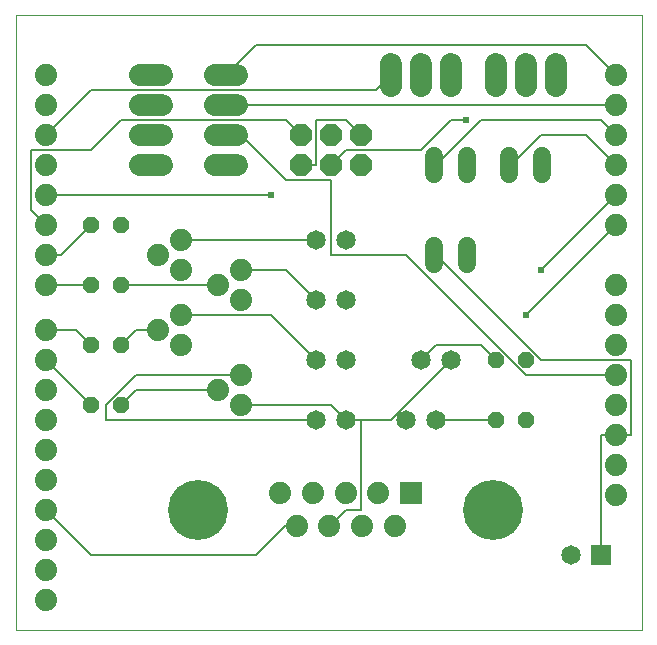
<source format=gbl>
G75*
%MOIN*%
%OFA0B0*%
%FSLAX24Y24*%
%IPPOS*%
%LPD*%
%AMOC8*
5,1,8,0,0,1.08239X$1,22.5*
%
%ADD10C,0.0000*%
%ADD11OC8,0.0520*%
%ADD12C,0.0650*%
%ADD13C,0.0740*%
%ADD14R,0.0650X0.0650*%
%ADD15OC8,0.0740*%
%ADD16R,0.0740X0.0740*%
%ADD17C,0.2000*%
%ADD18C,0.0740*%
%ADD19C,0.0600*%
%ADD20C,0.0060*%
%ADD21C,0.0240*%
D10*
X000500Y009252D02*
X000500Y029748D01*
X021370Y029748D01*
X021370Y009252D01*
X000500Y009252D01*
D11*
X003000Y016752D03*
X004000Y016752D03*
X004000Y018752D03*
X003000Y018752D03*
X003000Y020752D03*
X004000Y020752D03*
X004000Y022752D03*
X003000Y022752D03*
X016500Y018252D03*
X017500Y018252D03*
X017500Y016252D03*
X016500Y016252D03*
D12*
X015000Y018252D03*
X014000Y018252D03*
X013500Y016252D03*
X014500Y016252D03*
X011500Y016252D03*
X010500Y016252D03*
X010500Y018252D03*
X011500Y018252D03*
X011500Y020252D03*
X010500Y020252D03*
X010500Y022252D03*
X011500Y022252D03*
X019000Y011752D03*
D13*
X020500Y013752D03*
X020500Y014752D03*
X020500Y015752D03*
X020500Y016752D03*
X020500Y017752D03*
X020500Y018752D03*
X020500Y019752D03*
X020500Y020752D03*
X020500Y022752D03*
X020500Y023752D03*
X020500Y024752D03*
X020500Y025752D03*
X020500Y026752D03*
X020500Y027752D03*
X012591Y013811D03*
X013134Y012693D03*
X012043Y012693D03*
X011500Y013811D03*
X010957Y012693D03*
X010409Y013811D03*
X009866Y012693D03*
X009319Y013811D03*
X008000Y016752D03*
X007250Y017252D03*
X008000Y017752D03*
X008000Y020252D03*
X007250Y020752D03*
X008000Y021252D03*
X006000Y021252D03*
X005250Y021752D03*
X006000Y022252D03*
X006000Y019752D03*
X005250Y019252D03*
X006000Y018752D03*
X001500Y018252D03*
X001500Y019252D03*
X001500Y020752D03*
X001500Y021752D03*
X001500Y022752D03*
X001500Y023752D03*
X001500Y024752D03*
X001500Y025752D03*
X001500Y026752D03*
X001500Y027752D03*
X001500Y017252D03*
X001500Y016252D03*
X001500Y015252D03*
X001500Y014252D03*
X001500Y013252D03*
X001500Y012252D03*
X001500Y011252D03*
X001500Y010252D03*
D14*
X020000Y011752D03*
D15*
X012000Y024752D03*
X012000Y025752D03*
X011000Y025752D03*
X011000Y024752D03*
X010000Y024752D03*
X010000Y025752D03*
D16*
X013681Y013811D03*
D17*
X016421Y013252D03*
X006579Y013252D03*
D18*
X007130Y024752D02*
X007870Y024752D01*
X007870Y025752D02*
X007130Y025752D01*
X007130Y026752D02*
X007870Y026752D01*
X007870Y027752D02*
X007130Y027752D01*
X005370Y027752D02*
X004630Y027752D01*
X004630Y026752D02*
X005370Y026752D01*
X005370Y025752D02*
X004630Y025752D01*
X004630Y024752D02*
X005370Y024752D01*
X013000Y027382D02*
X013000Y028122D01*
X014000Y028122D02*
X014000Y027382D01*
X015000Y027382D02*
X015000Y028122D01*
X016500Y028122D02*
X016500Y027382D01*
X017500Y027382D02*
X017500Y028122D01*
X018500Y028122D02*
X018500Y027382D01*
D19*
X018050Y025052D02*
X018050Y024452D01*
X016950Y024452D02*
X016950Y025052D01*
X015550Y025052D02*
X015550Y024452D01*
X014450Y024452D02*
X014450Y025052D01*
X014450Y022052D02*
X014450Y021452D01*
X015550Y021452D02*
X015550Y022052D01*
D20*
X014500Y021752D02*
X014450Y021752D01*
X014500Y021752D02*
X018000Y018252D01*
X021000Y018252D01*
X021000Y015752D01*
X020500Y015752D01*
X020000Y015752D01*
X020000Y011752D01*
X016500Y016252D02*
X014500Y016252D01*
X013000Y016252D02*
X012000Y016252D01*
X012000Y013252D01*
X011500Y013252D01*
X011000Y012752D01*
X010957Y012693D01*
X009866Y012693D02*
X009500Y012752D01*
X008500Y011752D01*
X003000Y011752D01*
X001500Y013252D01*
X003500Y016252D02*
X010500Y016252D01*
X011000Y016752D02*
X008000Y016752D01*
X007250Y017252D02*
X004500Y017252D01*
X004000Y016752D01*
X003500Y016752D02*
X003500Y016252D01*
X003500Y016752D02*
X004500Y017752D01*
X008000Y017752D01*
X009000Y019752D02*
X006000Y019752D01*
X005250Y019252D02*
X004500Y019252D01*
X004000Y018752D01*
X003000Y018752D02*
X002500Y019252D01*
X001500Y019252D01*
X001500Y018252D02*
X003000Y016752D01*
X003000Y020752D02*
X001500Y020752D01*
X001500Y021752D02*
X002000Y021752D01*
X003000Y022752D01*
X001500Y022752D02*
X001000Y023252D01*
X001000Y025252D01*
X003000Y025252D01*
X004000Y026252D01*
X009500Y026252D01*
X010000Y025752D01*
X010500Y026252D02*
X010500Y024752D01*
X010000Y024752D01*
X009500Y024252D02*
X008000Y025752D01*
X007500Y025752D01*
X007500Y026752D02*
X020500Y026752D01*
X020000Y026252D02*
X020500Y025752D01*
X020000Y026252D02*
X016000Y026252D01*
X014500Y024752D01*
X014450Y024752D01*
X014000Y025252D02*
X015000Y026252D01*
X015500Y026252D01*
X014000Y025252D02*
X011500Y025252D01*
X011000Y024752D01*
X011000Y024252D02*
X009500Y024252D01*
X009000Y023752D02*
X001500Y023752D01*
X001500Y025752D02*
X003000Y027252D01*
X012500Y027252D01*
X013000Y027752D01*
X011500Y026252D02*
X012000Y025752D01*
X011500Y026252D02*
X010500Y026252D01*
X011000Y024252D02*
X011000Y021752D01*
X013500Y021752D01*
X017500Y017752D01*
X020500Y017752D01*
X018000Y021252D02*
X020500Y023752D01*
X020500Y022752D02*
X017500Y019752D01*
X016000Y018752D02*
X016500Y018252D01*
X016000Y018752D02*
X014500Y018752D01*
X014000Y018252D01*
X015000Y018252D02*
X013000Y016252D01*
X012000Y016252D02*
X011500Y016252D01*
X011000Y016752D01*
X010500Y018252D02*
X009000Y019752D01*
X009500Y021252D02*
X010500Y020252D01*
X009500Y021252D02*
X008000Y021252D01*
X007250Y020752D02*
X004000Y020752D01*
X006000Y022252D02*
X010500Y022252D01*
X007500Y027752D02*
X008500Y028752D01*
X019500Y028752D01*
X020500Y027752D01*
X019500Y025752D02*
X020500Y024752D01*
X019500Y025752D02*
X018000Y025752D01*
X017000Y024752D01*
X016950Y024752D01*
D21*
X015500Y026252D03*
X018000Y021252D03*
X017500Y019752D03*
X009000Y023752D03*
M02*

</source>
